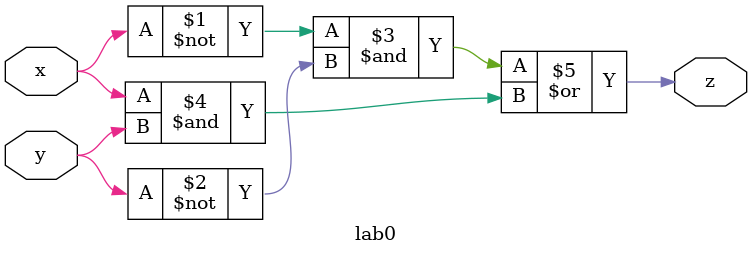
<source format=v>
module lab0(
    input x,
    input y,
    output z
);

assign z = (~x & ~y) | (x & y);

endmodule
</source>
